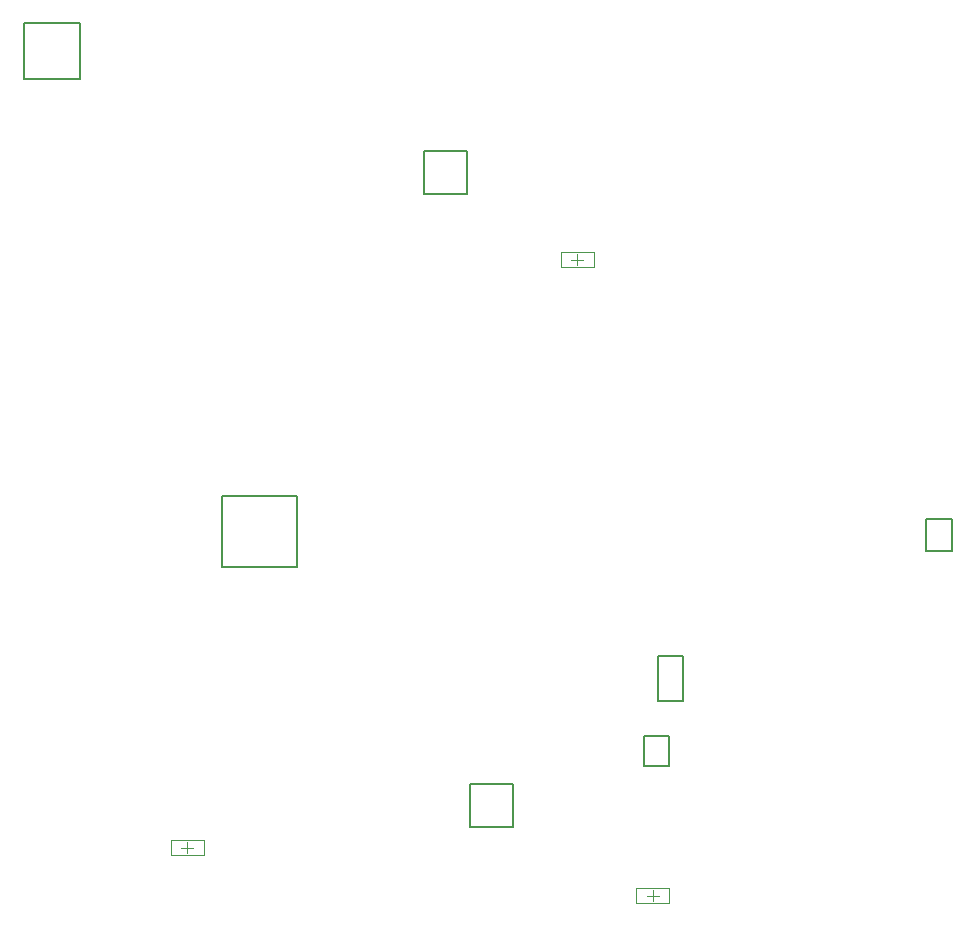
<source format=gbr>
%TF.GenerationSoftware,Altium Limited,Altium Designer,24.4.1 (13)*%
G04 Layer_Color=32768*
%FSLAX45Y45*%
%MOMM*%
%TF.SameCoordinates,7BA59CB3-8EBC-4C6A-B4C6-80429C3BB8AE*%
%TF.FilePolarity,Positive*%
%TF.FileFunction,Other,Top_Courtyard*%
%TF.Part,Single*%
G01*
G75*
%TA.AperFunction,NonConductor*%
%ADD93C,0.20000*%
%ADD166C,0.05000*%
D93*
X11615692Y6043193D02*
X11835692D01*
Y6314406D01*
X11615692D02*
X11835692D01*
X11615692Y6043193D02*
Y6314406D01*
X3981193Y10039747D02*
X4452406D01*
X3981193D02*
Y10510960D01*
X4452406D01*
Y10039747D02*
Y10510960D01*
X7750773Y3705847D02*
Y4065847D01*
X8120773D01*
Y3705847D02*
Y4065847D01*
X7750773Y3705847D02*
X8120773D01*
X5655600Y5904100D02*
Y6504100D01*
X6285600D01*
Y5904100D02*
Y6504100D01*
X5655600Y5904100D02*
X6285600D01*
X7362153Y9065247D02*
Y9425247D01*
X7732153D01*
Y9065247D02*
Y9425247D01*
X7362153Y9065247D02*
X7732153D01*
X9347392Y5155700D02*
X9557392D01*
X9347392Y4775700D02*
Y5155700D01*
Y4775700D02*
X9557392D01*
Y5155700D01*
X9228892Y4474600D02*
X9438892D01*
X9228892Y4224600D02*
Y4474600D01*
Y4224600D02*
X9438892D01*
Y4474600D01*
D166*
X9441480Y3064200D02*
Y3184200D01*
X9161480D02*
X9441480D01*
X9161480Y3064200D02*
Y3184200D01*
Y3064200D02*
X9441480D01*
X9301480Y3074200D02*
Y3174200D01*
X9251480Y3124200D02*
X9351480D01*
X8801400Y8449000D02*
Y8569000D01*
X8521400D02*
X8801400D01*
X8521400Y8449000D02*
Y8569000D01*
Y8449000D02*
X8801400D01*
X8661400Y8459000D02*
Y8559000D01*
X8611400Y8509000D02*
X8711400D01*
X5499400Y3470600D02*
Y3590600D01*
X5219400D02*
X5499400D01*
X5219400Y3470600D02*
Y3590600D01*
Y3470600D02*
X5499400D01*
X5359400Y3480600D02*
Y3580600D01*
X5309400Y3530600D02*
X5409400D01*
%TF.MD5,13f3163be8a0752f08b7aa20e2538aee*%
M02*

</source>
